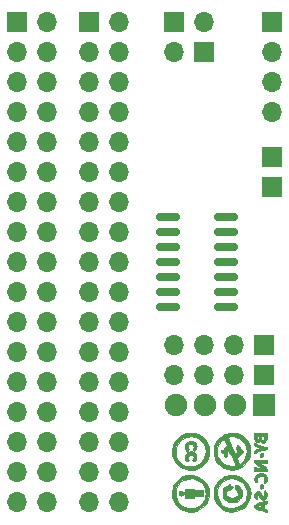
<source format=gbs>
G04 #@! TF.GenerationSoftware,KiCad,Pcbnew,6.0.8-f2edbf62ab~116~ubuntu22.04.1*
G04 #@! TF.CreationDate,2022-10-12T19:37:44+02:00*
G04 #@! TF.ProjectId,Amiga dual floppy selector,416d6967-6120-4647-9561-6c20666c6f70,0.2*
G04 #@! TF.SameCoordinates,Original*
G04 #@! TF.FileFunction,Soldermask,Bot*
G04 #@! TF.FilePolarity,Negative*
%FSLAX46Y46*%
G04 Gerber Fmt 4.6, Leading zero omitted, Abs format (unit mm)*
G04 Created by KiCad (PCBNEW 6.0.8-f2edbf62ab~116~ubuntu22.04.1) date 2022-10-12 19:37:44*
%MOMM*%
%LPD*%
G01*
G04 APERTURE LIST*
G04 Aperture macros list*
%AMRoundRect*
0 Rectangle with rounded corners*
0 $1 Rounding radius*
0 $2 $3 $4 $5 $6 $7 $8 $9 X,Y pos of 4 corners*
0 Add a 4 corners polygon primitive as box body*
4,1,4,$2,$3,$4,$5,$6,$7,$8,$9,$2,$3,0*
0 Add four circle primitives for the rounded corners*
1,1,$1+$1,$2,$3*
1,1,$1+$1,$4,$5*
1,1,$1+$1,$6,$7*
1,1,$1+$1,$8,$9*
0 Add four rect primitives between the rounded corners*
20,1,$1+$1,$2,$3,$4,$5,0*
20,1,$1+$1,$4,$5,$6,$7,0*
20,1,$1+$1,$6,$7,$8,$9,0*
20,1,$1+$1,$8,$9,$2,$3,0*%
G04 Aperture macros list end*
%ADD10C,0.010000*%
%ADD11R,1.700000X1.700000*%
%ADD12O,1.700000X1.700000*%
%ADD13R,1.900000X1.900000*%
%ADD14C,1.900000*%
%ADD15RoundRect,0.150000X-0.825000X-0.150000X0.825000X-0.150000X0.825000X0.150000X-0.825000X0.150000X0*%
G04 APERTURE END LIST*
G36*
X128714408Y-107657171D02*
G01*
X128744839Y-107711941D01*
X128752600Y-107844675D01*
X128746068Y-107970822D01*
X128715729Y-108035890D01*
X128647933Y-108051600D01*
X128586364Y-108041281D01*
X128556592Y-107987305D01*
X128559033Y-107861522D01*
X128560442Y-107846039D01*
X128594257Y-107708725D01*
X128663700Y-107654597D01*
X128714408Y-107657171D01*
G37*
D10*
X128714408Y-107657171D02*
X128744839Y-107711941D01*
X128752600Y-107844675D01*
X128746068Y-107970822D01*
X128715729Y-108035890D01*
X128647933Y-108051600D01*
X128586364Y-108041281D01*
X128556592Y-107987305D01*
X128559033Y-107861522D01*
X128560442Y-107846039D01*
X128594257Y-107708725D01*
X128663700Y-107654597D01*
X128714408Y-107657171D01*
G36*
X128877675Y-109122822D02*
G01*
X129012374Y-109082528D01*
X129072707Y-109067600D01*
X129095525Y-109096217D01*
X129108200Y-109189092D01*
X129083087Y-109284503D01*
X128981200Y-109342460D01*
X128927738Y-109360281D01*
X128868879Y-109421155D01*
X128854200Y-109545660D01*
X128857464Y-109618600D01*
X128891638Y-109706579D01*
X128981200Y-109748860D01*
X129078809Y-109801039D01*
X129108200Y-109912202D01*
X129107659Y-109939296D01*
X129086444Y-110013371D01*
X129022644Y-110010839D01*
X128994991Y-110001057D01*
X128875154Y-109962256D01*
X128697457Y-109907034D01*
X128489244Y-109843948D01*
X128454862Y-109833646D01*
X128256496Y-109772182D01*
X128134537Y-109725388D01*
X128070414Y-109681156D01*
X128045558Y-109627378D01*
X128041400Y-109551946D01*
X128041812Y-109520127D01*
X128342010Y-109520127D01*
X128356919Y-109564669D01*
X128471947Y-109612737D01*
X128500003Y-109621269D01*
X128602988Y-109645128D01*
X128643771Y-109623171D01*
X128651000Y-109544477D01*
X128647347Y-109484843D01*
X128611411Y-109441718D01*
X128511300Y-109454190D01*
X128427796Y-109476777D01*
X128342010Y-109520127D01*
X128041812Y-109520127D01*
X128041858Y-109516546D01*
X128052260Y-109454254D01*
X128089811Y-109405752D01*
X128171907Y-109359823D01*
X128315940Y-109305246D01*
X128539307Y-109230802D01*
X128611411Y-109207425D01*
X128690638Y-109181740D01*
X128877675Y-109122822D01*
G37*
X128877675Y-109122822D02*
X129012374Y-109082528D01*
X129072707Y-109067600D01*
X129095525Y-109096217D01*
X129108200Y-109189092D01*
X129083087Y-109284503D01*
X128981200Y-109342460D01*
X128927738Y-109360281D01*
X128868879Y-109421155D01*
X128854200Y-109545660D01*
X128857464Y-109618600D01*
X128891638Y-109706579D01*
X128981200Y-109748860D01*
X129078809Y-109801039D01*
X129108200Y-109912202D01*
X129107659Y-109939296D01*
X129086444Y-110013371D01*
X129022644Y-110010839D01*
X128994991Y-110001057D01*
X128875154Y-109962256D01*
X128697457Y-109907034D01*
X128489244Y-109843948D01*
X128454862Y-109833646D01*
X128256496Y-109772182D01*
X128134537Y-109725388D01*
X128070414Y-109681156D01*
X128045558Y-109627378D01*
X128041400Y-109551946D01*
X128041812Y-109520127D01*
X128342010Y-109520127D01*
X128356919Y-109564669D01*
X128471947Y-109612737D01*
X128500003Y-109621269D01*
X128602988Y-109645128D01*
X128643771Y-109623171D01*
X128651000Y-109544477D01*
X128647347Y-109484843D01*
X128611411Y-109441718D01*
X128511300Y-109454190D01*
X128427796Y-109476777D01*
X128342010Y-109520127D01*
X128041812Y-109520127D01*
X128041858Y-109516546D01*
X128052260Y-109454254D01*
X128089811Y-109405752D01*
X128171907Y-109359823D01*
X128315940Y-109305246D01*
X128539307Y-109230802D01*
X128611411Y-109207425D01*
X128690638Y-109181740D01*
X128877675Y-109122822D01*
G36*
X125689467Y-103399407D02*
G01*
X125978561Y-103352276D01*
X126152098Y-103349820D01*
X126285870Y-103347927D01*
X126574632Y-103386421D01*
X126808087Y-103467821D01*
X127063149Y-103629416D01*
X127352075Y-103898491D01*
X127562843Y-104211211D01*
X127684382Y-104553855D01*
X127712743Y-104812359D01*
X127677449Y-105172940D01*
X127565059Y-105521336D01*
X127385277Y-105837064D01*
X127147811Y-106099643D01*
X126862365Y-106288588D01*
X126830526Y-106303221D01*
X126485443Y-106411404D01*
X126120012Y-106446744D01*
X125764413Y-106409038D01*
X125448829Y-106298084D01*
X125406885Y-106275152D01*
X125155690Y-106091398D01*
X124924315Y-105851198D01*
X124748866Y-105591023D01*
X124693189Y-105461341D01*
X124623514Y-105162768D01*
X124607936Y-104890931D01*
X124892915Y-104890931D01*
X124894150Y-104978099D01*
X124930517Y-105261969D01*
X125027305Y-105501454D01*
X125198135Y-105734187D01*
X125223637Y-105762554D01*
X125475541Y-105975363D01*
X125764125Y-106099496D01*
X126105993Y-106142420D01*
X126264283Y-106138108D01*
X126390855Y-106121339D01*
X126444232Y-106095800D01*
X126435924Y-106047421D01*
X126391376Y-105922720D01*
X126317950Y-105746172D01*
X126225409Y-105538559D01*
X126123515Y-105320663D01*
X126022028Y-105113265D01*
X125930712Y-104937147D01*
X125859328Y-104813091D01*
X125817639Y-104761879D01*
X125781735Y-104759818D01*
X125729635Y-104814312D01*
X125713751Y-104923806D01*
X125741586Y-105058999D01*
X125759371Y-105111605D01*
X125761881Y-105207878D01*
X125694507Y-105292133D01*
X125633162Y-105343580D01*
X125580307Y-105351386D01*
X125522211Y-105285316D01*
X125479735Y-105209195D01*
X125450600Y-105095490D01*
X125425418Y-105029511D01*
X125323600Y-105003600D01*
X125226365Y-104981670D01*
X125196600Y-104902000D01*
X125224011Y-104824212D01*
X125323600Y-104800400D01*
X125406714Y-104785552D01*
X125450600Y-104721890D01*
X125451213Y-104713610D01*
X125492732Y-104621814D01*
X125579429Y-104514552D01*
X125708258Y-104385723D01*
X125578215Y-104101672D01*
X125448173Y-103817621D01*
X125265383Y-103991510D01*
X125255472Y-104001020D01*
X125049954Y-104256241D01*
X124931589Y-104546870D01*
X124892915Y-104890931D01*
X124607936Y-104890931D01*
X124604632Y-104833266D01*
X124637290Y-104510882D01*
X124722234Y-104233658D01*
X124765863Y-104149092D01*
X124957873Y-103886092D01*
X125164152Y-103692603D01*
X125783400Y-103692603D01*
X125809042Y-103786454D01*
X125867756Y-103947577D01*
X125952895Y-104158396D01*
X126057816Y-104401334D01*
X126142201Y-104588135D01*
X126252857Y-104818579D01*
X126337289Y-104970520D01*
X126401426Y-105054184D01*
X126451198Y-105079800D01*
X126456317Y-105079609D01*
X126523464Y-105031103D01*
X126559238Y-104920205D01*
X126558572Y-104780637D01*
X126516394Y-104646121D01*
X126509059Y-104631923D01*
X126488217Y-104534951D01*
X126546624Y-104440574D01*
X126617579Y-104371845D01*
X126679531Y-104355970D01*
X126734327Y-104419588D01*
X126799500Y-104571800D01*
X126821014Y-104624809D01*
X126899311Y-104757924D01*
X126981501Y-104800400D01*
X127039757Y-104816397D01*
X127076200Y-104902000D01*
X127061752Y-104963534D01*
X126984008Y-105003600D01*
X126978172Y-105003857D01*
X126890620Y-105055771D01*
X126807030Y-105181400D01*
X126790292Y-105215040D01*
X126727953Y-105318090D01*
X126683321Y-105359977D01*
X126661756Y-105363898D01*
X126579628Y-105401861D01*
X126570135Y-105409152D01*
X126552111Y-105462763D01*
X126577036Y-105565170D01*
X126648963Y-105735895D01*
X126783070Y-106028823D01*
X126984739Y-105833711D01*
X127052793Y-105762864D01*
X127189261Y-105594963D01*
X127289339Y-105439077D01*
X127377800Y-105215039D01*
X127422009Y-104889248D01*
X127376613Y-104566915D01*
X127246884Y-104264382D01*
X127038092Y-103997990D01*
X126755508Y-103784081D01*
X126696982Y-103751432D01*
X126532190Y-103677158D01*
X126367333Y-103641720D01*
X126152098Y-103632476D01*
X125979331Y-103638295D01*
X125845571Y-103654469D01*
X125784116Y-103677434D01*
X125783400Y-103692603D01*
X125164152Y-103692603D01*
X125210026Y-103649573D01*
X125448173Y-103497719D01*
X125491605Y-103470025D01*
X125689467Y-103399407D01*
G37*
X125689467Y-103399407D02*
X125978561Y-103352276D01*
X126152098Y-103349820D01*
X126285870Y-103347927D01*
X126574632Y-103386421D01*
X126808087Y-103467821D01*
X127063149Y-103629416D01*
X127352075Y-103898491D01*
X127562843Y-104211211D01*
X127684382Y-104553855D01*
X127712743Y-104812359D01*
X127677449Y-105172940D01*
X127565059Y-105521336D01*
X127385277Y-105837064D01*
X127147811Y-106099643D01*
X126862365Y-106288588D01*
X126830526Y-106303221D01*
X126485443Y-106411404D01*
X126120012Y-106446744D01*
X125764413Y-106409038D01*
X125448829Y-106298084D01*
X125406885Y-106275152D01*
X125155690Y-106091398D01*
X124924315Y-105851198D01*
X124748866Y-105591023D01*
X124693189Y-105461341D01*
X124623514Y-105162768D01*
X124607936Y-104890931D01*
X124892915Y-104890931D01*
X124894150Y-104978099D01*
X124930517Y-105261969D01*
X125027305Y-105501454D01*
X125198135Y-105734187D01*
X125223637Y-105762554D01*
X125475541Y-105975363D01*
X125764125Y-106099496D01*
X126105993Y-106142420D01*
X126264283Y-106138108D01*
X126390855Y-106121339D01*
X126444232Y-106095800D01*
X126435924Y-106047421D01*
X126391376Y-105922720D01*
X126317950Y-105746172D01*
X126225409Y-105538559D01*
X126123515Y-105320663D01*
X126022028Y-105113265D01*
X125930712Y-104937147D01*
X125859328Y-104813091D01*
X125817639Y-104761879D01*
X125781735Y-104759818D01*
X125729635Y-104814312D01*
X125713751Y-104923806D01*
X125741586Y-105058999D01*
X125759371Y-105111605D01*
X125761881Y-105207878D01*
X125694507Y-105292133D01*
X125633162Y-105343580D01*
X125580307Y-105351386D01*
X125522211Y-105285316D01*
X125479735Y-105209195D01*
X125450600Y-105095490D01*
X125425418Y-105029511D01*
X125323600Y-105003600D01*
X125226365Y-104981670D01*
X125196600Y-104902000D01*
X125224011Y-104824212D01*
X125323600Y-104800400D01*
X125406714Y-104785552D01*
X125450600Y-104721890D01*
X125451213Y-104713610D01*
X125492732Y-104621814D01*
X125579429Y-104514552D01*
X125708258Y-104385723D01*
X125578215Y-104101672D01*
X125448173Y-103817621D01*
X125265383Y-103991510D01*
X125255472Y-104001020D01*
X125049954Y-104256241D01*
X124931589Y-104546870D01*
X124892915Y-104890931D01*
X124607936Y-104890931D01*
X124604632Y-104833266D01*
X124637290Y-104510882D01*
X124722234Y-104233658D01*
X124765863Y-104149092D01*
X124957873Y-103886092D01*
X125164152Y-103692603D01*
X125783400Y-103692603D01*
X125809042Y-103786454D01*
X125867756Y-103947577D01*
X125952895Y-104158396D01*
X126057816Y-104401334D01*
X126142201Y-104588135D01*
X126252857Y-104818579D01*
X126337289Y-104970520D01*
X126401426Y-105054184D01*
X126451198Y-105079800D01*
X126456317Y-105079609D01*
X126523464Y-105031103D01*
X126559238Y-104920205D01*
X126558572Y-104780637D01*
X126516394Y-104646121D01*
X126509059Y-104631923D01*
X126488217Y-104534951D01*
X126546624Y-104440574D01*
X126617579Y-104371845D01*
X126679531Y-104355970D01*
X126734327Y-104419588D01*
X126799500Y-104571800D01*
X126821014Y-104624809D01*
X126899311Y-104757924D01*
X126981501Y-104800400D01*
X127039757Y-104816397D01*
X127076200Y-104902000D01*
X127061752Y-104963534D01*
X126984008Y-105003600D01*
X126978172Y-105003857D01*
X126890620Y-105055771D01*
X126807030Y-105181400D01*
X126790292Y-105215040D01*
X126727953Y-105318090D01*
X126683321Y-105359977D01*
X126661756Y-105363898D01*
X126579628Y-105401861D01*
X126570135Y-105409152D01*
X126552111Y-105462763D01*
X126577036Y-105565170D01*
X126648963Y-105735895D01*
X126783070Y-106028823D01*
X126984739Y-105833711D01*
X127052793Y-105762864D01*
X127189261Y-105594963D01*
X127289339Y-105439077D01*
X127377800Y-105215039D01*
X127422009Y-104889248D01*
X127376613Y-104566915D01*
X127246884Y-104264382D01*
X127038092Y-103997990D01*
X126755508Y-103784081D01*
X126696982Y-103751432D01*
X126532190Y-103677158D01*
X126367333Y-103641720D01*
X126152098Y-103632476D01*
X125979331Y-103638295D01*
X125845571Y-103654469D01*
X125784116Y-103677434D01*
X125783400Y-103692603D01*
X125164152Y-103692603D01*
X125210026Y-103649573D01*
X125448173Y-103497719D01*
X125491605Y-103470025D01*
X125689467Y-103399407D01*
G36*
X128119695Y-104210920D02*
G01*
X128239415Y-104265781D01*
X128397000Y-104343200D01*
X128468356Y-104377335D01*
X128705816Y-104464176D01*
X128903551Y-104495600D01*
X128923876Y-104495659D01*
X129045267Y-104504566D01*
X129097214Y-104540987D01*
X129108200Y-104622600D01*
X129100827Y-104694415D01*
X129053316Y-104739486D01*
X128935135Y-104749600D01*
X128801951Y-104770355D01*
X128617527Y-104825125D01*
X128422400Y-104902000D01*
X128399652Y-104912185D01*
X128235859Y-104984220D01*
X128115085Y-105035111D01*
X128062064Y-105054400D01*
X128049012Y-105027799D01*
X128041400Y-104936801D01*
X128058528Y-104862466D01*
X128131790Y-104792141D01*
X128282700Y-104717899D01*
X128524000Y-104616596D01*
X128295400Y-104539480D01*
X128159833Y-104485046D01*
X128080344Y-104419525D01*
X128050725Y-104326582D01*
X128047920Y-104234108D01*
X128064874Y-104190800D01*
X128119695Y-104210920D01*
G37*
X128119695Y-104210920D02*
X128239415Y-104265781D01*
X128397000Y-104343200D01*
X128468356Y-104377335D01*
X128705816Y-104464176D01*
X128903551Y-104495600D01*
X128923876Y-104495659D01*
X129045267Y-104504566D01*
X129097214Y-104540987D01*
X129108200Y-104622600D01*
X129100827Y-104694415D01*
X129053316Y-104739486D01*
X128935135Y-104749600D01*
X128801951Y-104770355D01*
X128617527Y-104825125D01*
X128422400Y-104902000D01*
X128399652Y-104912185D01*
X128235859Y-104984220D01*
X128115085Y-105035111D01*
X128062064Y-105054400D01*
X128049012Y-105027799D01*
X128041400Y-104936801D01*
X128058528Y-104862466D01*
X128131790Y-104792141D01*
X128282700Y-104717899D01*
X128524000Y-104616596D01*
X128295400Y-104539480D01*
X128159833Y-104485046D01*
X128080344Y-104419525D01*
X128050725Y-104326582D01*
X128047920Y-104234108D01*
X128064874Y-104190800D01*
X128119695Y-104210920D01*
G36*
X121922080Y-108268355D02*
G01*
X122024671Y-108308149D01*
X122061162Y-108350406D01*
X122097800Y-108458000D01*
X122069226Y-108556285D01*
X121965758Y-108635677D01*
X121808771Y-108652170D01*
X121723693Y-108634165D01*
X121676319Y-108579755D01*
X121666000Y-108458000D01*
X121672624Y-108351288D01*
X121711953Y-108287781D01*
X121808771Y-108263829D01*
X121922080Y-108268355D01*
G37*
X121922080Y-108268355D02*
X122024671Y-108308149D01*
X122061162Y-108350406D01*
X122097800Y-108458000D01*
X122069226Y-108556285D01*
X121965758Y-108635677D01*
X121808771Y-108652170D01*
X121723693Y-108634165D01*
X121676319Y-108579755D01*
X121666000Y-108458000D01*
X121672624Y-108351288D01*
X121711953Y-108287781D01*
X121808771Y-108263829D01*
X121922080Y-108268355D01*
G36*
X123148990Y-106967475D02*
G01*
X123486446Y-107133756D01*
X123780994Y-107376814D01*
X124019021Y-107686234D01*
X124186914Y-108051600D01*
X124213554Y-108193583D01*
X124218589Y-108424920D01*
X124196362Y-108682493D01*
X124150533Y-108927907D01*
X124084765Y-109122770D01*
X124007697Y-109260941D01*
X123808934Y-109517605D01*
X123567791Y-109741574D01*
X123317000Y-109899724D01*
X123149252Y-109958489D01*
X122856256Y-110006512D01*
X122538887Y-110010911D01*
X122235988Y-109971970D01*
X121986405Y-109889974D01*
X121708939Y-109718491D01*
X121431386Y-109448119D01*
X121231583Y-109125522D01*
X121115231Y-108763842D01*
X121096367Y-108494969D01*
X121389806Y-108494969D01*
X121411638Y-108749163D01*
X121465280Y-108954931D01*
X121520321Y-109063307D01*
X121687394Y-109287867D01*
X121899897Y-109489080D01*
X122123200Y-109631340D01*
X122138422Y-109638168D01*
X122380706Y-109704750D01*
X122666321Y-109726172D01*
X122950881Y-109702356D01*
X123190000Y-109633224D01*
X123329697Y-109551210D01*
X123537724Y-109373081D01*
X123721772Y-109156354D01*
X123849245Y-108935527D01*
X123898835Y-108742454D01*
X123918811Y-108492542D01*
X123907003Y-108234069D01*
X123862756Y-108011725D01*
X123861371Y-108007472D01*
X123760247Y-107812175D01*
X123595617Y-107607863D01*
X123396419Y-107425407D01*
X123191589Y-107295681D01*
X123053689Y-107243147D01*
X122740196Y-107189287D01*
X122416549Y-107206388D01*
X122124135Y-107294494D01*
X122012377Y-107356865D01*
X121787355Y-107535126D01*
X121591104Y-107754362D01*
X121457863Y-107979378D01*
X121442927Y-108019931D01*
X121400123Y-108237006D01*
X121389806Y-108494969D01*
X121096367Y-108494969D01*
X121088035Y-108376220D01*
X121155698Y-107975798D01*
X121199171Y-107845373D01*
X121274362Y-107694126D01*
X121387264Y-107543626D01*
X121558838Y-107361953D01*
X121735322Y-107201145D01*
X122016046Y-107017236D01*
X122315904Y-106914890D01*
X122659986Y-106883200D01*
X122740196Y-106886606D01*
X122782240Y-106888390D01*
X123148990Y-106967475D01*
G37*
X123148990Y-106967475D02*
X123486446Y-107133756D01*
X123780994Y-107376814D01*
X124019021Y-107686234D01*
X124186914Y-108051600D01*
X124213554Y-108193583D01*
X124218589Y-108424920D01*
X124196362Y-108682493D01*
X124150533Y-108927907D01*
X124084765Y-109122770D01*
X124007697Y-109260941D01*
X123808934Y-109517605D01*
X123567791Y-109741574D01*
X123317000Y-109899724D01*
X123149252Y-109958489D01*
X122856256Y-110006512D01*
X122538887Y-110010911D01*
X122235988Y-109971970D01*
X121986405Y-109889974D01*
X121708939Y-109718491D01*
X121431386Y-109448119D01*
X121231583Y-109125522D01*
X121115231Y-108763842D01*
X121096367Y-108494969D01*
X121389806Y-108494969D01*
X121411638Y-108749163D01*
X121465280Y-108954931D01*
X121520321Y-109063307D01*
X121687394Y-109287867D01*
X121899897Y-109489080D01*
X122123200Y-109631340D01*
X122138422Y-109638168D01*
X122380706Y-109704750D01*
X122666321Y-109726172D01*
X122950881Y-109702356D01*
X123190000Y-109633224D01*
X123329697Y-109551210D01*
X123537724Y-109373081D01*
X123721772Y-109156354D01*
X123849245Y-108935527D01*
X123898835Y-108742454D01*
X123918811Y-108492542D01*
X123907003Y-108234069D01*
X123862756Y-108011725D01*
X123861371Y-108007472D01*
X123760247Y-107812175D01*
X123595617Y-107607863D01*
X123396419Y-107425407D01*
X123191589Y-107295681D01*
X123053689Y-107243147D01*
X122740196Y-107189287D01*
X122416549Y-107206388D01*
X122124135Y-107294494D01*
X122012377Y-107356865D01*
X121787355Y-107535126D01*
X121591104Y-107754362D01*
X121457863Y-107979378D01*
X121442927Y-108019931D01*
X121400123Y-108237006D01*
X121389806Y-108494969D01*
X121096367Y-108494969D01*
X121088035Y-108376220D01*
X121155698Y-107975798D01*
X121199171Y-107845373D01*
X121274362Y-107694126D01*
X121387264Y-107543626D01*
X121558838Y-107361953D01*
X121735322Y-107201145D01*
X122016046Y-107017236D01*
X122315904Y-106914890D01*
X122659986Y-106883200D01*
X122740196Y-106886606D01*
X122782240Y-106888390D01*
X123148990Y-106967475D01*
G36*
X126688833Y-106985868D02*
G01*
X127018515Y-107150745D01*
X127300614Y-107387911D01*
X127521468Y-107689861D01*
X127667411Y-108049088D01*
X127707293Y-108215693D01*
X127728871Y-108404306D01*
X127713237Y-108594478D01*
X127659952Y-108832525D01*
X127632105Y-108928329D01*
X127466128Y-109288242D01*
X127223403Y-109584247D01*
X126910578Y-109809699D01*
X126534298Y-109957955D01*
X126471684Y-109973230D01*
X126095801Y-110010702D01*
X125740683Y-109959087D01*
X125416147Y-109828770D01*
X125132010Y-109630139D01*
X124898089Y-109373580D01*
X124724200Y-109069479D01*
X124620161Y-108728225D01*
X124600583Y-108432600D01*
X124893411Y-108432600D01*
X124895977Y-108520582D01*
X124961764Y-108862351D01*
X125106624Y-109160259D01*
X125317453Y-109404683D01*
X125581144Y-109586000D01*
X125884592Y-109694586D01*
X126214691Y-109720819D01*
X126558335Y-109655076D01*
X126620048Y-109632146D01*
X126891545Y-109475361D01*
X127129899Y-109251640D01*
X127303511Y-108989216D01*
X127360575Y-108834689D01*
X127409730Y-108558755D01*
X127410433Y-108275917D01*
X127359942Y-108032676D01*
X127291826Y-107879246D01*
X127091002Y-107594808D01*
X126827263Y-107377663D01*
X126516066Y-107238794D01*
X126172868Y-107189186D01*
X126038132Y-107192526D01*
X125767789Y-107236232D01*
X125533387Y-107342378D01*
X125295870Y-107525963D01*
X125261014Y-107558247D01*
X125051212Y-107812316D01*
X124931716Y-108096921D01*
X124893411Y-108432600D01*
X124600583Y-108432600D01*
X124595788Y-108360202D01*
X124660898Y-107975798D01*
X124704941Y-107843908D01*
X124780185Y-107693143D01*
X124893204Y-107542805D01*
X125064896Y-107361096D01*
X125204844Y-107226481D01*
X125360115Y-107100590D01*
X125507766Y-107017762D01*
X125679598Y-106957098D01*
X125941381Y-106903009D01*
X126172868Y-106901668D01*
X126325234Y-106900787D01*
X126688833Y-106985868D01*
G37*
X126688833Y-106985868D02*
X127018515Y-107150745D01*
X127300614Y-107387911D01*
X127521468Y-107689861D01*
X127667411Y-108049088D01*
X127707293Y-108215693D01*
X127728871Y-108404306D01*
X127713237Y-108594478D01*
X127659952Y-108832525D01*
X127632105Y-108928329D01*
X127466128Y-109288242D01*
X127223403Y-109584247D01*
X126910578Y-109809699D01*
X126534298Y-109957955D01*
X126471684Y-109973230D01*
X126095801Y-110010702D01*
X125740683Y-109959087D01*
X125416147Y-109828770D01*
X125132010Y-109630139D01*
X124898089Y-109373580D01*
X124724200Y-109069479D01*
X124620161Y-108728225D01*
X124600583Y-108432600D01*
X124893411Y-108432600D01*
X124895977Y-108520582D01*
X124961764Y-108862351D01*
X125106624Y-109160259D01*
X125317453Y-109404683D01*
X125581144Y-109586000D01*
X125884592Y-109694586D01*
X126214691Y-109720819D01*
X126558335Y-109655076D01*
X126620048Y-109632146D01*
X126891545Y-109475361D01*
X127129899Y-109251640D01*
X127303511Y-108989216D01*
X127360575Y-108834689D01*
X127409730Y-108558755D01*
X127410433Y-108275917D01*
X127359942Y-108032676D01*
X127291826Y-107879246D01*
X127091002Y-107594808D01*
X126827263Y-107377663D01*
X126516066Y-107238794D01*
X126172868Y-107189186D01*
X126038132Y-107192526D01*
X125767789Y-107236232D01*
X125533387Y-107342378D01*
X125295870Y-107525963D01*
X125261014Y-107558247D01*
X125051212Y-107812316D01*
X124931716Y-108096921D01*
X124893411Y-108432600D01*
X124600583Y-108432600D01*
X124595788Y-108360202D01*
X124660898Y-107975798D01*
X124704941Y-107843908D01*
X124780185Y-107693143D01*
X124893204Y-107542805D01*
X125064896Y-107361096D01*
X125204844Y-107226481D01*
X125360115Y-107100590D01*
X125507766Y-107017762D01*
X125679598Y-106957098D01*
X125941381Y-106903009D01*
X126172868Y-106901668D01*
X126325234Y-106900787D01*
X126688833Y-106985868D01*
G36*
X122785356Y-104021102D02*
G01*
X122959832Y-104093753D01*
X123086900Y-104233015D01*
X123138195Y-104344467D01*
X123162566Y-104433731D01*
X123162106Y-104453343D01*
X123133512Y-104573135D01*
X123075007Y-104703496D01*
X123005532Y-104808244D01*
X122944027Y-104851200D01*
X122906846Y-104841486D01*
X122848410Y-104782531D01*
X122825293Y-104706802D01*
X122856892Y-104657435D01*
X122879592Y-104641676D01*
X122907947Y-104557108D01*
X122897589Y-104445322D01*
X122849639Y-104353359D01*
X122785635Y-104314962D01*
X122640354Y-104293561D01*
X122482954Y-104323235D01*
X122466325Y-104331803D01*
X122412835Y-104415071D01*
X122408801Y-104531370D01*
X122458106Y-104632386D01*
X122486655Y-104694400D01*
X122451151Y-104804600D01*
X122388691Y-104921309D01*
X122293401Y-104803631D01*
X122209523Y-104674727D01*
X122162286Y-104474310D01*
X122214742Y-104266636D01*
X122260936Y-104191897D01*
X122407563Y-104071267D01*
X122591818Y-104013971D01*
X122785356Y-104021102D01*
G37*
X122785356Y-104021102D02*
X122959832Y-104093753D01*
X123086900Y-104233015D01*
X123138195Y-104344467D01*
X123162566Y-104433731D01*
X123162106Y-104453343D01*
X123133512Y-104573135D01*
X123075007Y-104703496D01*
X123005532Y-104808244D01*
X122944027Y-104851200D01*
X122906846Y-104841486D01*
X122848410Y-104782531D01*
X122825293Y-104706802D01*
X122856892Y-104657435D01*
X122879592Y-104641676D01*
X122907947Y-104557108D01*
X122897589Y-104445322D01*
X122849639Y-104353359D01*
X122785635Y-104314962D01*
X122640354Y-104293561D01*
X122482954Y-104323235D01*
X122466325Y-104331803D01*
X122412835Y-104415071D01*
X122408801Y-104531370D01*
X122458106Y-104632386D01*
X122486655Y-104694400D01*
X122451151Y-104804600D01*
X122388691Y-104921309D01*
X122293401Y-104803631D01*
X122209523Y-104674727D01*
X122162286Y-104474310D01*
X122214742Y-104266636D01*
X122260936Y-104191897D01*
X122407563Y-104071267D01*
X122591818Y-104013971D01*
X122785356Y-104021102D01*
G36*
X122905008Y-104972891D02*
G01*
X122995764Y-105041348D01*
X123095775Y-105161591D01*
X123097908Y-105165388D01*
X123141903Y-105339571D01*
X123110028Y-105528438D01*
X123009292Y-105689223D01*
X122962092Y-105733414D01*
X122903977Y-105759449D01*
X122858905Y-105714800D01*
X122842755Y-105687899D01*
X122812522Y-105594516D01*
X122859800Y-105562400D01*
X122860168Y-105562396D01*
X122895798Y-105517553D01*
X122910600Y-105410967D01*
X122909653Y-105376025D01*
X122878094Y-105275663D01*
X122783600Y-105227660D01*
X122726528Y-105216158D01*
X122561977Y-105218539D01*
X122446296Y-105274610D01*
X122402600Y-105375407D01*
X122414249Y-105454799D01*
X122463922Y-105552602D01*
X122469439Y-105558313D01*
X122493346Y-105622330D01*
X122435418Y-105702462D01*
X122386505Y-105747376D01*
X122332595Y-105758857D01*
X122270288Y-105689400D01*
X122182497Y-105511702D01*
X122171038Y-105321436D01*
X122231928Y-105149231D01*
X122350469Y-105011681D01*
X122511962Y-104925379D01*
X122701708Y-104906918D01*
X122905008Y-104972891D01*
G37*
X122905008Y-104972891D02*
X122995764Y-105041348D01*
X123095775Y-105161591D01*
X123097908Y-105165388D01*
X123141903Y-105339571D01*
X123110028Y-105528438D01*
X123009292Y-105689223D01*
X122962092Y-105733414D01*
X122903977Y-105759449D01*
X122858905Y-105714800D01*
X122842755Y-105687899D01*
X122812522Y-105594516D01*
X122859800Y-105562400D01*
X122860168Y-105562396D01*
X122895798Y-105517553D01*
X122910600Y-105410967D01*
X122909653Y-105376025D01*
X122878094Y-105275663D01*
X122783600Y-105227660D01*
X122726528Y-105216158D01*
X122561977Y-105218539D01*
X122446296Y-105274610D01*
X122402600Y-105375407D01*
X122414249Y-105454799D01*
X122463922Y-105552602D01*
X122469439Y-105558313D01*
X122493346Y-105622330D01*
X122435418Y-105702462D01*
X122386505Y-105747376D01*
X122332595Y-105758857D01*
X122270288Y-105689400D01*
X122182497Y-105511702D01*
X122171038Y-105321436D01*
X122231928Y-105149231D01*
X122350469Y-105011681D01*
X122511962Y-104925379D01*
X122701708Y-104906918D01*
X122905008Y-104972891D01*
G36*
X128731118Y-106752045D02*
G01*
X128915163Y-106836837D01*
X129042949Y-106985801D01*
X129082780Y-107086033D01*
X129100026Y-107296392D01*
X129027423Y-107483918D01*
X129017167Y-107498187D01*
X128945814Y-107563653D01*
X128880171Y-107544073D01*
X128867355Y-107532294D01*
X128839252Y-107460672D01*
X128869524Y-107340997D01*
X128888951Y-107257268D01*
X128857693Y-107117548D01*
X128748156Y-107020900D01*
X128574800Y-106984800D01*
X128521081Y-106987917D01*
X128363645Y-107046559D01*
X128274469Y-107166830D01*
X128268188Y-107332151D01*
X128277514Y-107416257D01*
X128251605Y-107508994D01*
X128189732Y-107530444D01*
X128109893Y-107465451D01*
X128098721Y-107449092D01*
X128045479Y-107281510D01*
X128068034Y-107096387D01*
X128156943Y-106926140D01*
X128302767Y-106803190D01*
X128304659Y-106802215D01*
X128518417Y-106738235D01*
X128731118Y-106752045D01*
G37*
X128731118Y-106752045D02*
X128915163Y-106836837D01*
X129042949Y-106985801D01*
X129082780Y-107086033D01*
X129100026Y-107296392D01*
X129027423Y-107483918D01*
X129017167Y-107498187D01*
X128945814Y-107563653D01*
X128880171Y-107544073D01*
X128867355Y-107532294D01*
X128839252Y-107460672D01*
X128869524Y-107340997D01*
X128888951Y-107257268D01*
X128857693Y-107117548D01*
X128748156Y-107020900D01*
X128574800Y-106984800D01*
X128521081Y-106987917D01*
X128363645Y-107046559D01*
X128274469Y-107166830D01*
X128268188Y-107332151D01*
X128277514Y-107416257D01*
X128251605Y-107508994D01*
X128189732Y-107530444D01*
X128109893Y-107465451D01*
X128098721Y-107449092D01*
X128045479Y-107281510D01*
X128068034Y-107096387D01*
X128156943Y-106926140D01*
X128302767Y-106803190D01*
X128304659Y-106802215D01*
X128518417Y-106738235D01*
X128731118Y-106752045D01*
G36*
X128989512Y-108232731D02*
G01*
X129048363Y-108331000D01*
X129084228Y-108414973D01*
X129105377Y-108590954D01*
X129070084Y-108761015D01*
X128989444Y-108901416D01*
X128874552Y-108988415D01*
X128736504Y-108998274D01*
X128704300Y-108987697D01*
X128592180Y-108900806D01*
X128486498Y-108728397D01*
X128476926Y-108709053D01*
X128391152Y-108568241D01*
X128325990Y-108521539D01*
X128286346Y-108569331D01*
X128277122Y-108712000D01*
X128272209Y-108817085D01*
X128235868Y-108911811D01*
X128176543Y-108926133D01*
X128107298Y-108849477D01*
X128051328Y-108692571D01*
X128063353Y-108497374D01*
X128165519Y-108329262D01*
X128269288Y-108253077D01*
X128397412Y-108243260D01*
X128520259Y-108333815D01*
X128639279Y-108525343D01*
X128685721Y-108613410D01*
X128756520Y-108720854D01*
X128805974Y-108762800D01*
X128818641Y-108761609D01*
X128877599Y-108706638D01*
X128896068Y-108592868D01*
X128867657Y-108452456D01*
X128857530Y-108424265D01*
X128840872Y-108318630D01*
X128885975Y-108249508D01*
X128896037Y-108241186D01*
X128949000Y-108207944D01*
X128989512Y-108232731D01*
G37*
X128989512Y-108232731D02*
X129048363Y-108331000D01*
X129084228Y-108414973D01*
X129105377Y-108590954D01*
X129070084Y-108761015D01*
X128989444Y-108901416D01*
X128874552Y-108988415D01*
X128736504Y-108998274D01*
X128704300Y-108987697D01*
X128592180Y-108900806D01*
X128486498Y-108728397D01*
X128476926Y-108709053D01*
X128391152Y-108568241D01*
X128325990Y-108521539D01*
X128286346Y-108569331D01*
X128277122Y-108712000D01*
X128272209Y-108817085D01*
X128235868Y-108911811D01*
X128176543Y-108926133D01*
X128107298Y-108849477D01*
X128051328Y-108692571D01*
X128063353Y-108497374D01*
X128165519Y-108329262D01*
X128269288Y-108253077D01*
X128397412Y-108243260D01*
X128520259Y-108333815D01*
X128639279Y-108525343D01*
X128685721Y-108613410D01*
X128756520Y-108720854D01*
X128805974Y-108762800D01*
X128818641Y-108761609D01*
X128877599Y-108706638D01*
X128896068Y-108592868D01*
X128867657Y-108452456D01*
X128857530Y-108424265D01*
X128840872Y-108318630D01*
X128885975Y-108249508D01*
X128896037Y-108241186D01*
X128949000Y-108207944D01*
X128989512Y-108232731D01*
G36*
X123028381Y-103373220D02*
G01*
X123175406Y-103409819D01*
X123317000Y-103472895D01*
X123426189Y-103534847D01*
X123752788Y-103793071D01*
X124010735Y-104118461D01*
X124186914Y-104495600D01*
X124205303Y-104603681D01*
X124214917Y-104778705D01*
X124212584Y-104978200D01*
X124200945Y-105112388D01*
X124103379Y-105492871D01*
X123918533Y-105832590D01*
X123655176Y-106118176D01*
X123322072Y-106336260D01*
X123175071Y-106392972D01*
X122878963Y-106449519D01*
X122554775Y-106457477D01*
X122240742Y-106417064D01*
X121975098Y-106328501D01*
X121702513Y-106158243D01*
X121431173Y-105889168D01*
X121233834Y-105567120D01*
X121117064Y-105207208D01*
X121092832Y-104894270D01*
X121386600Y-104894270D01*
X121387100Y-104941230D01*
X121426785Y-105262414D01*
X121537961Y-105533703D01*
X121731980Y-105784355D01*
X121760509Y-105813517D01*
X122019056Y-106017663D01*
X122306409Y-106133546D01*
X122645531Y-106170884D01*
X122706160Y-106170059D01*
X123061732Y-106115524D01*
X123362771Y-105975333D01*
X123610295Y-105748840D01*
X123805324Y-105435400D01*
X123890790Y-105193723D01*
X123924269Y-104868592D01*
X123874226Y-104553199D01*
X123749711Y-104262139D01*
X123559772Y-104010006D01*
X123313456Y-103811395D01*
X123019814Y-103680900D01*
X122687893Y-103633115D01*
X122390378Y-103658053D01*
X122090637Y-103759199D01*
X121819648Y-103946313D01*
X121766905Y-103994614D01*
X121550645Y-104257526D01*
X121426366Y-104551962D01*
X121386600Y-104894270D01*
X121092832Y-104894270D01*
X121087432Y-104824538D01*
X121151506Y-104434218D01*
X121249783Y-104201781D01*
X121440109Y-103925265D01*
X121686544Y-103678887D01*
X121965334Y-103490202D01*
X121965820Y-103489947D01*
X122115394Y-103419596D01*
X122255832Y-103378315D01*
X122423959Y-103358843D01*
X122656600Y-103353922D01*
X122687893Y-103354410D01*
X122840936Y-103356795D01*
X123028381Y-103373220D01*
G37*
X123028381Y-103373220D02*
X123175406Y-103409819D01*
X123317000Y-103472895D01*
X123426189Y-103534847D01*
X123752788Y-103793071D01*
X124010735Y-104118461D01*
X124186914Y-104495600D01*
X124205303Y-104603681D01*
X124214917Y-104778705D01*
X124212584Y-104978200D01*
X124200945Y-105112388D01*
X124103379Y-105492871D01*
X123918533Y-105832590D01*
X123655176Y-106118176D01*
X123322072Y-106336260D01*
X123175071Y-106392972D01*
X122878963Y-106449519D01*
X122554775Y-106457477D01*
X122240742Y-106417064D01*
X121975098Y-106328501D01*
X121702513Y-106158243D01*
X121431173Y-105889168D01*
X121233834Y-105567120D01*
X121117064Y-105207208D01*
X121092832Y-104894270D01*
X121386600Y-104894270D01*
X121387100Y-104941230D01*
X121426785Y-105262414D01*
X121537961Y-105533703D01*
X121731980Y-105784355D01*
X121760509Y-105813517D01*
X122019056Y-106017663D01*
X122306409Y-106133546D01*
X122645531Y-106170884D01*
X122706160Y-106170059D01*
X123061732Y-106115524D01*
X123362771Y-105975333D01*
X123610295Y-105748840D01*
X123805324Y-105435400D01*
X123890790Y-105193723D01*
X123924269Y-104868592D01*
X123874226Y-104553199D01*
X123749711Y-104262139D01*
X123559772Y-104010006D01*
X123313456Y-103811395D01*
X123019814Y-103680900D01*
X122687893Y-103633115D01*
X122390378Y-103658053D01*
X122090637Y-103759199D01*
X121819648Y-103946313D01*
X121766905Y-103994614D01*
X121550645Y-104257526D01*
X121426366Y-104551962D01*
X121386600Y-104894270D01*
X121092832Y-104894270D01*
X121087432Y-104824538D01*
X121151506Y-104434218D01*
X121249783Y-104201781D01*
X121440109Y-103925265D01*
X121686544Y-103678887D01*
X121965334Y-103490202D01*
X121965820Y-103489947D01*
X122115394Y-103419596D01*
X122255832Y-103378315D01*
X122423959Y-103358843D01*
X122656600Y-103353922D01*
X122687893Y-103354410D01*
X122840936Y-103356795D01*
X123028381Y-103373220D01*
G36*
X122830886Y-108063348D02*
G01*
X122893950Y-108084848D01*
X122910600Y-108125574D01*
X122920597Y-108158325D01*
X122974384Y-108186296D01*
X123091746Y-108200222D01*
X123291600Y-108204000D01*
X123672600Y-108204000D01*
X123672600Y-108712000D01*
X123291600Y-108712000D01*
X123132489Y-108714057D01*
X122996607Y-108725129D01*
X122928949Y-108749287D01*
X122910600Y-108790425D01*
X122900892Y-108823981D01*
X122849695Y-108849408D01*
X122736723Y-108858259D01*
X122542300Y-108853925D01*
X122174000Y-108839000D01*
X122174000Y-108077000D01*
X122542300Y-108062074D01*
X122701730Y-108057680D01*
X122830886Y-108063348D01*
G37*
X122830886Y-108063348D02*
X122893950Y-108084848D01*
X122910600Y-108125574D01*
X122920597Y-108158325D01*
X122974384Y-108186296D01*
X123091746Y-108200222D01*
X123291600Y-108204000D01*
X123672600Y-108204000D01*
X123672600Y-108712000D01*
X123291600Y-108712000D01*
X123132489Y-108714057D01*
X122996607Y-108725129D01*
X122928949Y-108749287D01*
X122910600Y-108790425D01*
X122900892Y-108823981D01*
X122849695Y-108849408D01*
X122736723Y-108858259D01*
X122542300Y-108853925D01*
X122174000Y-108839000D01*
X122174000Y-108077000D01*
X122542300Y-108062074D01*
X122701730Y-108057680D01*
X122830886Y-108063348D01*
G36*
X129108200Y-105931127D02*
G01*
X128739900Y-105898366D01*
X128371600Y-105865604D01*
X128727200Y-106056902D01*
X128886085Y-106146201D01*
X129009855Y-106231428D01*
X129074546Y-106306439D01*
X129098874Y-106387900D01*
X129114948Y-106527600D01*
X128041400Y-106527600D01*
X128041400Y-106259948D01*
X128399591Y-106285576D01*
X128757782Y-106311205D01*
X128605708Y-106218723D01*
X128574109Y-106199853D01*
X128415331Y-106110190D01*
X128247516Y-106021088D01*
X128158776Y-105971087D01*
X128067212Y-105887503D01*
X128041400Y-105789967D01*
X128041400Y-105664000D01*
X129108200Y-105664000D01*
X129108200Y-105931127D01*
G37*
X129108200Y-105931127D02*
X128739900Y-105898366D01*
X128371600Y-105865604D01*
X128727200Y-106056902D01*
X128886085Y-106146201D01*
X129009855Y-106231428D01*
X129074546Y-106306439D01*
X129098874Y-106387900D01*
X129114948Y-106527600D01*
X128041400Y-106527600D01*
X128041400Y-106259948D01*
X128399591Y-106285576D01*
X128757782Y-106311205D01*
X128605708Y-106218723D01*
X128574109Y-106199853D01*
X128415331Y-106110190D01*
X128247516Y-106021088D01*
X128158776Y-105971087D01*
X128067212Y-105887503D01*
X128041400Y-105789967D01*
X128041400Y-105664000D01*
X129108200Y-105664000D01*
X129108200Y-105931127D01*
G36*
X129108200Y-103634309D02*
G01*
X129107451Y-103710490D01*
X129094185Y-103869470D01*
X129056324Y-103976055D01*
X128983509Y-104066109D01*
X128850883Y-104167087D01*
X128729713Y-104178621D01*
X128607929Y-104096929D01*
X128574397Y-104065322D01*
X128501813Y-104031459D01*
X128420420Y-104071529D01*
X128324220Y-104128606D01*
X128242731Y-104121633D01*
X128143000Y-104038399D01*
X128082732Y-103953248D01*
X128050428Y-103827181D01*
X128044533Y-103699733D01*
X128244600Y-103699733D01*
X128254365Y-103797274D01*
X128300080Y-103859582D01*
X128379625Y-103828539D01*
X128406545Y-103801591D01*
X128447667Y-103704408D01*
X128447051Y-103701979D01*
X128600200Y-103701979D01*
X128629529Y-103824051D01*
X128712104Y-103904335D01*
X128822361Y-103906841D01*
X128877109Y-103854204D01*
X128905000Y-103728164D01*
X128900493Y-103652944D01*
X128860686Y-103593964D01*
X128752600Y-103581200D01*
X128691251Y-103583777D01*
X128617952Y-103615334D01*
X128600200Y-103701979D01*
X128447051Y-103701979D01*
X128425846Y-103618316D01*
X128346200Y-103581200D01*
X128272063Y-103604558D01*
X128244600Y-103699733D01*
X128044533Y-103699733D01*
X128041400Y-103631999D01*
X128041400Y-103327200D01*
X129108200Y-103327200D01*
X129108200Y-103634309D01*
G37*
X129108200Y-103634309D02*
X129107451Y-103710490D01*
X129094185Y-103869470D01*
X129056324Y-103976055D01*
X128983509Y-104066109D01*
X128850883Y-104167087D01*
X128729713Y-104178621D01*
X128607929Y-104096929D01*
X128574397Y-104065322D01*
X128501813Y-104031459D01*
X128420420Y-104071529D01*
X128324220Y-104128606D01*
X128242731Y-104121633D01*
X128143000Y-104038399D01*
X128082732Y-103953248D01*
X128050428Y-103827181D01*
X128044533Y-103699733D01*
X128244600Y-103699733D01*
X128254365Y-103797274D01*
X128300080Y-103859582D01*
X128379625Y-103828539D01*
X128406545Y-103801591D01*
X128447667Y-103704408D01*
X128447051Y-103701979D01*
X128600200Y-103701979D01*
X128629529Y-103824051D01*
X128712104Y-103904335D01*
X128822361Y-103906841D01*
X128877109Y-103854204D01*
X128905000Y-103728164D01*
X128900493Y-103652944D01*
X128860686Y-103593964D01*
X128752600Y-103581200D01*
X128691251Y-103583777D01*
X128617952Y-103615334D01*
X128600200Y-103701979D01*
X128447051Y-103701979D01*
X128425846Y-103618316D01*
X128346200Y-103581200D01*
X128272063Y-103604558D01*
X128244600Y-103699733D01*
X128044533Y-103699733D01*
X128041400Y-103631999D01*
X128041400Y-103327200D01*
X129108200Y-103327200D01*
X129108200Y-103634309D01*
G36*
X125971869Y-107651336D02*
G01*
X126022237Y-107712384D01*
X126107155Y-107810300D01*
X126230310Y-107950000D01*
X126110556Y-108077472D01*
X126005535Y-108160204D01*
X125902819Y-108177019D01*
X125847672Y-108177133D01*
X125755430Y-108240044D01*
X125683074Y-108355765D01*
X125653800Y-108494703D01*
X125661427Y-108567349D01*
X125740786Y-108703423D01*
X125904956Y-108785873D01*
X126152221Y-108813600D01*
X126377381Y-108794365D01*
X126549790Y-108724464D01*
X126642208Y-108599490D01*
X126659893Y-108415318D01*
X126657995Y-108395331D01*
X126618777Y-108254616D01*
X126530100Y-108179253D01*
X126488400Y-108156660D01*
X126431194Y-108079058D01*
X126415800Y-107937953D01*
X126415923Y-107923361D01*
X126434092Y-107793728D01*
X126479300Y-107746989D01*
X126583899Y-107775363D01*
X126728181Y-107864416D01*
X126862057Y-107987258D01*
X126950084Y-108116100D01*
X127007698Y-108299905D01*
X127006639Y-108550768D01*
X126909833Y-108812958D01*
X126874848Y-108873707D01*
X126700197Y-109068511D01*
X126468361Y-109182732D01*
X126172769Y-109220000D01*
X125931381Y-109198180D01*
X125703840Y-109110565D01*
X125503703Y-108943785D01*
X125503483Y-108943550D01*
X125426057Y-108835660D01*
X125381741Y-108697818D01*
X125359088Y-108494458D01*
X125357642Y-108331268D01*
X125404048Y-108113835D01*
X125521604Y-107948879D01*
X125721785Y-107814896D01*
X125735987Y-107807480D01*
X125851238Y-107736667D01*
X125917737Y-107677682D01*
X125933105Y-107657785D01*
X125968537Y-107646671D01*
X125971869Y-107651336D01*
G37*
X125971869Y-107651336D02*
X126022237Y-107712384D01*
X126107155Y-107810300D01*
X126230310Y-107950000D01*
X126110556Y-108077472D01*
X126005535Y-108160204D01*
X125902819Y-108177019D01*
X125847672Y-108177133D01*
X125755430Y-108240044D01*
X125683074Y-108355765D01*
X125653800Y-108494703D01*
X125661427Y-108567349D01*
X125740786Y-108703423D01*
X125904956Y-108785873D01*
X126152221Y-108813600D01*
X126377381Y-108794365D01*
X126549790Y-108724464D01*
X126642208Y-108599490D01*
X126659893Y-108415318D01*
X126657995Y-108395331D01*
X126618777Y-108254616D01*
X126530100Y-108179253D01*
X126488400Y-108156660D01*
X126431194Y-108079058D01*
X126415800Y-107937953D01*
X126415923Y-107923361D01*
X126434092Y-107793728D01*
X126479300Y-107746989D01*
X126583899Y-107775363D01*
X126728181Y-107864416D01*
X126862057Y-107987258D01*
X126950084Y-108116100D01*
X127007698Y-108299905D01*
X127006639Y-108550768D01*
X126909833Y-108812958D01*
X126874848Y-108873707D01*
X126700197Y-109068511D01*
X126468361Y-109182732D01*
X126172769Y-109220000D01*
X125931381Y-109198180D01*
X125703840Y-109110565D01*
X125503703Y-108943785D01*
X125503483Y-108943550D01*
X125426057Y-108835660D01*
X125381741Y-108697818D01*
X125359088Y-108494458D01*
X125357642Y-108331268D01*
X125404048Y-108113835D01*
X125521604Y-107948879D01*
X125721785Y-107814896D01*
X125735987Y-107807480D01*
X125851238Y-107736667D01*
X125917737Y-107677682D01*
X125933105Y-107657785D01*
X125968537Y-107646671D01*
X125971869Y-107651336D01*
G36*
X128714408Y-105015571D02*
G01*
X128744839Y-105070341D01*
X128752600Y-105203075D01*
X128746068Y-105329222D01*
X128715729Y-105394290D01*
X128647933Y-105410000D01*
X128586364Y-105399681D01*
X128556592Y-105345705D01*
X128559033Y-105219922D01*
X128560442Y-105204439D01*
X128594257Y-105067125D01*
X128663700Y-105012997D01*
X128714408Y-105015571D01*
G37*
X128714408Y-105015571D02*
X128744839Y-105070341D01*
X128752600Y-105203075D01*
X128746068Y-105329222D01*
X128715729Y-105394290D01*
X128647933Y-105410000D01*
X128586364Y-105399681D01*
X128556592Y-105345705D01*
X128559033Y-105219922D01*
X128560442Y-105204439D01*
X128594257Y-105067125D01*
X128663700Y-105012997D01*
X128714408Y-105015571D01*
D11*
X107950000Y-68580000D03*
D12*
X110490000Y-68580000D03*
X107950000Y-71120000D03*
X110490000Y-71120000D03*
X107950000Y-73660000D03*
X110490000Y-73660000D03*
X107950000Y-76200000D03*
X110490000Y-76200000D03*
X107950000Y-78740000D03*
X110490000Y-78740000D03*
X107950000Y-81280000D03*
X110490000Y-81280000D03*
X107950000Y-83820000D03*
X110490000Y-83820000D03*
X107950000Y-86360000D03*
X110490000Y-86360000D03*
X107950000Y-88900000D03*
X110490000Y-88900000D03*
X107950000Y-91440000D03*
X110490000Y-91440000D03*
X107950000Y-93980000D03*
X110490000Y-93980000D03*
X107950000Y-96520000D03*
X110490000Y-96520000D03*
X107950000Y-99060000D03*
X110490000Y-99060000D03*
X107950000Y-101600000D03*
X110490000Y-101600000D03*
X107950000Y-104140000D03*
X110490000Y-104140000D03*
X107950000Y-106680000D03*
X110490000Y-106680000D03*
X107950000Y-109220000D03*
X110490000Y-109220000D03*
D13*
X128905000Y-100965000D03*
D14*
X126405000Y-100965000D03*
X123905000Y-100965000D03*
X121405000Y-100965000D03*
D11*
X128905000Y-95885000D03*
D12*
X126365000Y-95885000D03*
X123825000Y-95885000D03*
X121285000Y-95885000D03*
D11*
X128905000Y-98425000D03*
D12*
X126365000Y-98425000D03*
X123825000Y-98425000D03*
X121285000Y-98425000D03*
D11*
X129540000Y-68580000D03*
D12*
X129540000Y-71120000D03*
X129540000Y-73660000D03*
X129540000Y-76200000D03*
D11*
X129540000Y-80010000D03*
X129540000Y-82550000D03*
X123825000Y-71120000D03*
D12*
X121285000Y-71120000D03*
D11*
X121285000Y-68580000D03*
D12*
X123825000Y-68580000D03*
D11*
X114080225Y-68590000D03*
D12*
X116620225Y-68590000D03*
X114080225Y-71130000D03*
X116620225Y-71130000D03*
X114080225Y-73670000D03*
X116620225Y-73670000D03*
X114080225Y-76210000D03*
X116620225Y-76210000D03*
X114080225Y-78750000D03*
X116620225Y-78750000D03*
X114080225Y-81290000D03*
X116620225Y-81290000D03*
X114080225Y-83830000D03*
X116620225Y-83830000D03*
X114080225Y-86370000D03*
X116620225Y-86370000D03*
X114080225Y-88910000D03*
X116620225Y-88910000D03*
X114080225Y-91450000D03*
X116620225Y-91450000D03*
X114080225Y-93990000D03*
X116620225Y-93990000D03*
X114080225Y-96530000D03*
X116620225Y-96530000D03*
X114080225Y-99070000D03*
X116620225Y-99070000D03*
X114080225Y-101610000D03*
X116620225Y-101610000D03*
X114080225Y-104150000D03*
X116620225Y-104150000D03*
X114080225Y-106690000D03*
X116620225Y-106690000D03*
X114080225Y-109230000D03*
X116620225Y-109230000D03*
D15*
X120715000Y-92710000D03*
X120715000Y-91440000D03*
X120715000Y-90170000D03*
X120715000Y-88900000D03*
X120715000Y-87630000D03*
X120715000Y-86360000D03*
X120715000Y-85090000D03*
X125665000Y-85090000D03*
X125665000Y-86360000D03*
X125665000Y-87630000D03*
X125665000Y-88900000D03*
X125665000Y-90170000D03*
X125665000Y-91440000D03*
X125665000Y-92710000D03*
M02*

</source>
